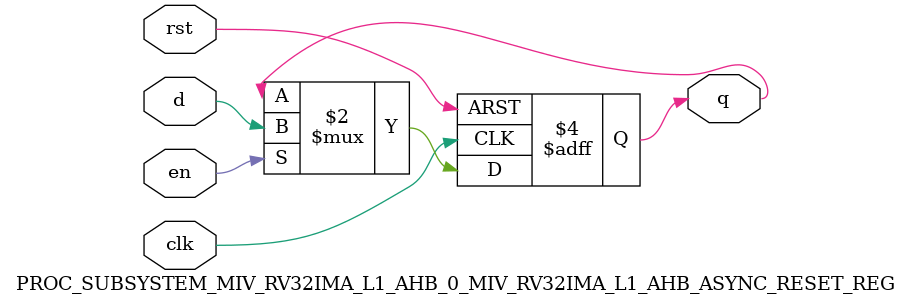
<source format=v>
`define RANDOMIZE
`timescale 1ns/10ps
module PROC_SUBSYSTEM_MIV_RV32IMA_L1_AHB_0_MIV_RV32IMA_L1_AHB_ASYNC_RESET_REG (
                      input      d,
                      output reg q,
                      input      en,

                      input      clk,
                      input      rst);
   
   always @(posedge clk or posedge rst) begin

      if (rst) begin
         q <= 1'b0;
      end else if (en) begin
         q <= d;
      end
   end
   

endmodule // PROC_SUBSYSTEM_MIV_RV32IMA_L1_AHB_0_MIV_RV32IMA_L1_AHB_ASYNC_RESET_REG

</source>
